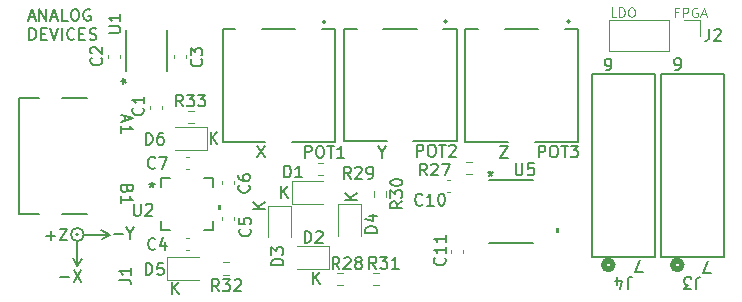
<source format=gbr>
%TF.GenerationSoftware,KiCad,Pcbnew,7.0.6*%
%TF.CreationDate,2023-07-26T14:22:16+03:00*%
%TF.ProjectId,Accelerometru,41636365-6c65-4726-9f6d-657472752e6b,rev?*%
%TF.SameCoordinates,Original*%
%TF.FileFunction,Legend,Top*%
%TF.FilePolarity,Positive*%
%FSLAX46Y46*%
G04 Gerber Fmt 4.6, Leading zero omitted, Abs format (unit mm)*
G04 Created by KiCad (PCBNEW 7.0.6) date 2023-07-26 14:22:16*
%MOMM*%
%LPD*%
G01*
G04 APERTURE LIST*
%ADD10C,0.150000*%
%ADD11C,0.100000*%
%ADD12C,0.200000*%
%ADD13C,0.152400*%
%ADD14C,0.120000*%
%ADD15C,0.508000*%
G04 APERTURE END LIST*
D10*
X204651541Y-75639819D02*
X205318207Y-75639819D01*
X205318207Y-75639819D02*
X204651541Y-76639819D01*
X204651541Y-76639819D02*
X205318207Y-76639819D01*
X194677255Y-76133628D02*
X194677255Y-76609819D01*
X194343922Y-75609819D02*
X194677255Y-76133628D01*
X194677255Y-76133628D02*
X195010588Y-75609819D01*
X184121541Y-75599819D02*
X184788207Y-76599819D01*
X184788207Y-75599819D02*
X184121541Y-76599819D01*
X164769160Y-64744104D02*
X165245350Y-64744104D01*
X164673922Y-65029819D02*
X165007255Y-64029819D01*
X165007255Y-64029819D02*
X165340588Y-65029819D01*
X165673922Y-65029819D02*
X165673922Y-64029819D01*
X165673922Y-64029819D02*
X166245350Y-65029819D01*
X166245350Y-65029819D02*
X166245350Y-64029819D01*
X166673922Y-64744104D02*
X167150112Y-64744104D01*
X166578684Y-65029819D02*
X166912017Y-64029819D01*
X166912017Y-64029819D02*
X167245350Y-65029819D01*
X168054874Y-65029819D02*
X167578684Y-65029819D01*
X167578684Y-65029819D02*
X167578684Y-64029819D01*
X168578684Y-64029819D02*
X168769160Y-64029819D01*
X168769160Y-64029819D02*
X168864398Y-64077438D01*
X168864398Y-64077438D02*
X168959636Y-64172676D01*
X168959636Y-64172676D02*
X169007255Y-64363152D01*
X169007255Y-64363152D02*
X169007255Y-64696485D01*
X169007255Y-64696485D02*
X168959636Y-64886961D01*
X168959636Y-64886961D02*
X168864398Y-64982200D01*
X168864398Y-64982200D02*
X168769160Y-65029819D01*
X168769160Y-65029819D02*
X168578684Y-65029819D01*
X168578684Y-65029819D02*
X168483446Y-64982200D01*
X168483446Y-64982200D02*
X168388208Y-64886961D01*
X168388208Y-64886961D02*
X168340589Y-64696485D01*
X168340589Y-64696485D02*
X168340589Y-64363152D01*
X168340589Y-64363152D02*
X168388208Y-64172676D01*
X168388208Y-64172676D02*
X168483446Y-64077438D01*
X168483446Y-64077438D02*
X168578684Y-64029819D01*
X169959636Y-64077438D02*
X169864398Y-64029819D01*
X169864398Y-64029819D02*
X169721541Y-64029819D01*
X169721541Y-64029819D02*
X169578684Y-64077438D01*
X169578684Y-64077438D02*
X169483446Y-64172676D01*
X169483446Y-64172676D02*
X169435827Y-64267914D01*
X169435827Y-64267914D02*
X169388208Y-64458390D01*
X169388208Y-64458390D02*
X169388208Y-64601247D01*
X169388208Y-64601247D02*
X169435827Y-64791723D01*
X169435827Y-64791723D02*
X169483446Y-64886961D01*
X169483446Y-64886961D02*
X169578684Y-64982200D01*
X169578684Y-64982200D02*
X169721541Y-65029819D01*
X169721541Y-65029819D02*
X169816779Y-65029819D01*
X169816779Y-65029819D02*
X169959636Y-64982200D01*
X169959636Y-64982200D02*
X170007255Y-64934580D01*
X170007255Y-64934580D02*
X170007255Y-64601247D01*
X170007255Y-64601247D02*
X169816779Y-64601247D01*
X164816779Y-66639819D02*
X164816779Y-65639819D01*
X164816779Y-65639819D02*
X165054874Y-65639819D01*
X165054874Y-65639819D02*
X165197731Y-65687438D01*
X165197731Y-65687438D02*
X165292969Y-65782676D01*
X165292969Y-65782676D02*
X165340588Y-65877914D01*
X165340588Y-65877914D02*
X165388207Y-66068390D01*
X165388207Y-66068390D02*
X165388207Y-66211247D01*
X165388207Y-66211247D02*
X165340588Y-66401723D01*
X165340588Y-66401723D02*
X165292969Y-66496961D01*
X165292969Y-66496961D02*
X165197731Y-66592200D01*
X165197731Y-66592200D02*
X165054874Y-66639819D01*
X165054874Y-66639819D02*
X164816779Y-66639819D01*
X165816779Y-66116009D02*
X166150112Y-66116009D01*
X166292969Y-66639819D02*
X165816779Y-66639819D01*
X165816779Y-66639819D02*
X165816779Y-65639819D01*
X165816779Y-65639819D02*
X166292969Y-65639819D01*
X166578684Y-65639819D02*
X166912017Y-66639819D01*
X166912017Y-66639819D02*
X167245350Y-65639819D01*
X167578684Y-66639819D02*
X167578684Y-65639819D01*
X168626302Y-66544580D02*
X168578683Y-66592200D01*
X168578683Y-66592200D02*
X168435826Y-66639819D01*
X168435826Y-66639819D02*
X168340588Y-66639819D01*
X168340588Y-66639819D02*
X168197731Y-66592200D01*
X168197731Y-66592200D02*
X168102493Y-66496961D01*
X168102493Y-66496961D02*
X168054874Y-66401723D01*
X168054874Y-66401723D02*
X168007255Y-66211247D01*
X168007255Y-66211247D02*
X168007255Y-66068390D01*
X168007255Y-66068390D02*
X168054874Y-65877914D01*
X168054874Y-65877914D02*
X168102493Y-65782676D01*
X168102493Y-65782676D02*
X168197731Y-65687438D01*
X168197731Y-65687438D02*
X168340588Y-65639819D01*
X168340588Y-65639819D02*
X168435826Y-65639819D01*
X168435826Y-65639819D02*
X168578683Y-65687438D01*
X168578683Y-65687438D02*
X168626302Y-65735057D01*
X169054874Y-66116009D02*
X169388207Y-66116009D01*
X169531064Y-66639819D02*
X169054874Y-66639819D01*
X169054874Y-66639819D02*
X169054874Y-65639819D01*
X169054874Y-65639819D02*
X169531064Y-65639819D01*
X169912017Y-66592200D02*
X170054874Y-66639819D01*
X170054874Y-66639819D02*
X170292969Y-66639819D01*
X170292969Y-66639819D02*
X170388207Y-66592200D01*
X170388207Y-66592200D02*
X170435826Y-66544580D01*
X170435826Y-66544580D02*
X170483445Y-66449342D01*
X170483445Y-66449342D02*
X170483445Y-66354104D01*
X170483445Y-66354104D02*
X170435826Y-66258866D01*
X170435826Y-66258866D02*
X170388207Y-66211247D01*
X170388207Y-66211247D02*
X170292969Y-66163628D01*
X170292969Y-66163628D02*
X170102493Y-66116009D01*
X170102493Y-66116009D02*
X170007255Y-66068390D01*
X170007255Y-66068390D02*
X169959636Y-66020771D01*
X169959636Y-66020771D02*
X169912017Y-65925533D01*
X169912017Y-65925533D02*
X169912017Y-65830295D01*
X169912017Y-65830295D02*
X169959636Y-65735057D01*
X169959636Y-65735057D02*
X170007255Y-65687438D01*
X170007255Y-65687438D02*
X170102493Y-65639819D01*
X170102493Y-65639819D02*
X170340588Y-65639819D01*
X170340588Y-65639819D02*
X170483445Y-65687438D01*
D11*
X214507217Y-64696895D02*
X214126265Y-64696895D01*
X214126265Y-64696895D02*
X214126265Y-63896895D01*
X214773884Y-64696895D02*
X214773884Y-63896895D01*
X214773884Y-63896895D02*
X214964360Y-63896895D01*
X214964360Y-63896895D02*
X215078646Y-63934990D01*
X215078646Y-63934990D02*
X215154836Y-64011180D01*
X215154836Y-64011180D02*
X215192931Y-64087371D01*
X215192931Y-64087371D02*
X215231027Y-64239752D01*
X215231027Y-64239752D02*
X215231027Y-64354038D01*
X215231027Y-64354038D02*
X215192931Y-64506419D01*
X215192931Y-64506419D02*
X215154836Y-64582609D01*
X215154836Y-64582609D02*
X215078646Y-64658800D01*
X215078646Y-64658800D02*
X214964360Y-64696895D01*
X214964360Y-64696895D02*
X214773884Y-64696895D01*
X215726265Y-63896895D02*
X215878646Y-63896895D01*
X215878646Y-63896895D02*
X215954836Y-63934990D01*
X215954836Y-63934990D02*
X216031027Y-64011180D01*
X216031027Y-64011180D02*
X216069122Y-64163561D01*
X216069122Y-64163561D02*
X216069122Y-64430228D01*
X216069122Y-64430228D02*
X216031027Y-64582609D01*
X216031027Y-64582609D02*
X215954836Y-64658800D01*
X215954836Y-64658800D02*
X215878646Y-64696895D01*
X215878646Y-64696895D02*
X215726265Y-64696895D01*
X215726265Y-64696895D02*
X215650074Y-64658800D01*
X215650074Y-64658800D02*
X215573884Y-64582609D01*
X215573884Y-64582609D02*
X215535788Y-64430228D01*
X215535788Y-64430228D02*
X215535788Y-64163561D01*
X215535788Y-64163561D02*
X215573884Y-64011180D01*
X215573884Y-64011180D02*
X215650074Y-63934990D01*
X215650074Y-63934990D02*
X215726265Y-63896895D01*
X219732931Y-64287847D02*
X219466265Y-64287847D01*
X219466265Y-64706895D02*
X219466265Y-63906895D01*
X219466265Y-63906895D02*
X219847217Y-63906895D01*
X220151979Y-64706895D02*
X220151979Y-63906895D01*
X220151979Y-63906895D02*
X220456741Y-63906895D01*
X220456741Y-63906895D02*
X220532931Y-63944990D01*
X220532931Y-63944990D02*
X220571026Y-63983085D01*
X220571026Y-63983085D02*
X220609122Y-64059276D01*
X220609122Y-64059276D02*
X220609122Y-64173561D01*
X220609122Y-64173561D02*
X220571026Y-64249752D01*
X220571026Y-64249752D02*
X220532931Y-64287847D01*
X220532931Y-64287847D02*
X220456741Y-64325942D01*
X220456741Y-64325942D02*
X220151979Y-64325942D01*
X221371026Y-63944990D02*
X221294836Y-63906895D01*
X221294836Y-63906895D02*
X221180550Y-63906895D01*
X221180550Y-63906895D02*
X221066264Y-63944990D01*
X221066264Y-63944990D02*
X220990074Y-64021180D01*
X220990074Y-64021180D02*
X220951979Y-64097371D01*
X220951979Y-64097371D02*
X220913883Y-64249752D01*
X220913883Y-64249752D02*
X220913883Y-64364038D01*
X220913883Y-64364038D02*
X220951979Y-64516419D01*
X220951979Y-64516419D02*
X220990074Y-64592609D01*
X220990074Y-64592609D02*
X221066264Y-64668800D01*
X221066264Y-64668800D02*
X221180550Y-64706895D01*
X221180550Y-64706895D02*
X221256741Y-64706895D01*
X221256741Y-64706895D02*
X221371026Y-64668800D01*
X221371026Y-64668800D02*
X221409122Y-64630704D01*
X221409122Y-64630704D02*
X221409122Y-64364038D01*
X221409122Y-64364038D02*
X221256741Y-64364038D01*
X221713883Y-64478323D02*
X222094836Y-64478323D01*
X221637693Y-64706895D02*
X221904360Y-63906895D01*
X221904360Y-63906895D02*
X222171026Y-64706895D01*
D10*
X173119990Y-79283112D02*
X173072371Y-79425969D01*
X173072371Y-79425969D02*
X173024752Y-79473588D01*
X173024752Y-79473588D02*
X172929514Y-79521207D01*
X172929514Y-79521207D02*
X172786657Y-79521207D01*
X172786657Y-79521207D02*
X172691419Y-79473588D01*
X172691419Y-79473588D02*
X172643800Y-79425969D01*
X172643800Y-79425969D02*
X172596180Y-79330731D01*
X172596180Y-79330731D02*
X172596180Y-78949779D01*
X172596180Y-78949779D02*
X173596180Y-78949779D01*
X173596180Y-78949779D02*
X173596180Y-79283112D01*
X173596180Y-79283112D02*
X173548561Y-79378350D01*
X173548561Y-79378350D02*
X173500942Y-79425969D01*
X173500942Y-79425969D02*
X173405704Y-79473588D01*
X173405704Y-79473588D02*
X173310466Y-79473588D01*
X173310466Y-79473588D02*
X173215228Y-79425969D01*
X173215228Y-79425969D02*
X173167609Y-79378350D01*
X173167609Y-79378350D02*
X173119990Y-79283112D01*
X173119990Y-79283112D02*
X173119990Y-78949779D01*
X172596180Y-80473588D02*
X172596180Y-79902160D01*
X172596180Y-80187874D02*
X173596180Y-80187874D01*
X173596180Y-80187874D02*
X173453323Y-80092636D01*
X173453323Y-80092636D02*
X173358085Y-79997398D01*
X173358085Y-79997398D02*
X173310466Y-79902160D01*
X172881895Y-73060160D02*
X172881895Y-73536350D01*
X172596180Y-72964922D02*
X173596180Y-73298255D01*
X173596180Y-73298255D02*
X172596180Y-73631588D01*
X172596180Y-74488731D02*
X172596180Y-73917303D01*
X172596180Y-74203017D02*
X173596180Y-74203017D01*
X173596180Y-74203017D02*
X173453323Y-74107779D01*
X173453323Y-74107779D02*
X173358085Y-74012541D01*
X173358085Y-74012541D02*
X173310466Y-73917303D01*
X180168779Y-75434819D02*
X180168779Y-74434819D01*
X180740207Y-75434819D02*
X180311636Y-74863390D01*
X180740207Y-74434819D02*
X180168779Y-75006247D01*
X176876779Y-88149819D02*
X176876779Y-87149819D01*
X177448207Y-88149819D02*
X177019636Y-87578390D01*
X177448207Y-87149819D02*
X176876779Y-87721247D01*
X186137779Y-80006819D02*
X186137779Y-79006819D01*
X186709207Y-80006819D02*
X186280636Y-79435390D01*
X186709207Y-79006819D02*
X186137779Y-79578247D01*
X192549819Y-80183220D02*
X191549819Y-80183220D01*
X192549819Y-79611792D02*
X191978390Y-80040363D01*
X191549819Y-79611792D02*
X192121247Y-80183220D01*
X184781819Y-80943220D02*
X183781819Y-80943220D01*
X184781819Y-80371792D02*
X184210390Y-80800363D01*
X183781819Y-80371792D02*
X184353247Y-80943220D01*
X188866779Y-87329819D02*
X188866779Y-86329819D01*
X189438207Y-87329819D02*
X189009636Y-86758390D01*
X189438207Y-86329819D02*
X188866779Y-86901247D01*
X213614649Y-69220180D02*
X213805125Y-69220180D01*
X213805125Y-69220180D02*
X213900363Y-69172561D01*
X213900363Y-69172561D02*
X213947982Y-69124942D01*
X213947982Y-69124942D02*
X214043220Y-68982085D01*
X214043220Y-68982085D02*
X214090839Y-68791609D01*
X214090839Y-68791609D02*
X214090839Y-68410657D01*
X214090839Y-68410657D02*
X214043220Y-68315419D01*
X214043220Y-68315419D02*
X213995601Y-68267800D01*
X213995601Y-68267800D02*
X213900363Y-68220180D01*
X213900363Y-68220180D02*
X213709887Y-68220180D01*
X213709887Y-68220180D02*
X213614649Y-68267800D01*
X213614649Y-68267800D02*
X213567030Y-68315419D01*
X213567030Y-68315419D02*
X213519411Y-68410657D01*
X213519411Y-68410657D02*
X213519411Y-68648752D01*
X213519411Y-68648752D02*
X213567030Y-68743990D01*
X213567030Y-68743990D02*
X213614649Y-68791609D01*
X213614649Y-68791609D02*
X213709887Y-68839228D01*
X213709887Y-68839228D02*
X213900363Y-68839228D01*
X213900363Y-68839228D02*
X213995601Y-68791609D01*
X213995601Y-68791609D02*
X214043220Y-68743990D01*
X214043220Y-68743990D02*
X214090839Y-68648752D01*
X216738458Y-86310180D02*
X216071792Y-86310180D01*
X216071792Y-86310180D02*
X216500363Y-85310180D01*
X219524649Y-69180180D02*
X219715125Y-69180180D01*
X219715125Y-69180180D02*
X219810363Y-69132561D01*
X219810363Y-69132561D02*
X219857982Y-69084942D01*
X219857982Y-69084942D02*
X219953220Y-68942085D01*
X219953220Y-68942085D02*
X220000839Y-68751609D01*
X220000839Y-68751609D02*
X220000839Y-68370657D01*
X220000839Y-68370657D02*
X219953220Y-68275419D01*
X219953220Y-68275419D02*
X219905601Y-68227800D01*
X219905601Y-68227800D02*
X219810363Y-68180180D01*
X219810363Y-68180180D02*
X219619887Y-68180180D01*
X219619887Y-68180180D02*
X219524649Y-68227800D01*
X219524649Y-68227800D02*
X219477030Y-68275419D01*
X219477030Y-68275419D02*
X219429411Y-68370657D01*
X219429411Y-68370657D02*
X219429411Y-68608752D01*
X219429411Y-68608752D02*
X219477030Y-68703990D01*
X219477030Y-68703990D02*
X219524649Y-68751609D01*
X219524649Y-68751609D02*
X219619887Y-68799228D01*
X219619887Y-68799228D02*
X219810363Y-68799228D01*
X219810363Y-68799228D02*
X219905601Y-68751609D01*
X219905601Y-68751609D02*
X219953220Y-68703990D01*
X219953220Y-68703990D02*
X220000839Y-68608752D01*
X222508458Y-86390180D02*
X221841792Y-86390180D01*
X221841792Y-86390180D02*
X222270363Y-85390180D01*
X166236779Y-83238866D02*
X166998684Y-83238866D01*
X166617731Y-83619819D02*
X166617731Y-82857914D01*
X167379636Y-82619819D02*
X168046302Y-82619819D01*
X168046302Y-82619819D02*
X167379636Y-83619819D01*
X167379636Y-83619819D02*
X168046302Y-83619819D01*
X171946779Y-83118866D02*
X172708684Y-83118866D01*
X173375350Y-83023628D02*
X173375350Y-83499819D01*
X173042017Y-82499819D02*
X173375350Y-83023628D01*
X173375350Y-83023628D02*
X173708683Y-82499819D01*
X167416779Y-86728866D02*
X168178684Y-86728866D01*
X168559636Y-86109819D02*
X169226302Y-87109819D01*
X169226302Y-86109819D02*
X168559636Y-87109819D01*
D12*
X168978995Y-83120000D02*
G75*
G03*
X168978995Y-83120000I-98995J0D01*
G01*
D10*
X169432268Y-83120000D02*
G75*
G03*
X169432268Y-83120000I-552268J0D01*
G01*
X171610000Y-83130000D02*
X170930000Y-83510000D01*
X170910000Y-82710000D02*
X171610000Y-83130000D01*
X169432268Y-83120000D02*
X171610000Y-83130000D01*
X168880000Y-85770000D02*
X169270000Y-85170000D01*
X168880000Y-85770000D02*
X168500000Y-85150000D01*
X168880000Y-83672268D02*
X168880000Y-85770000D01*
X173658095Y-80524819D02*
X173658095Y-81334342D01*
X173658095Y-81334342D02*
X173705714Y-81429580D01*
X173705714Y-81429580D02*
X173753333Y-81477200D01*
X173753333Y-81477200D02*
X173848571Y-81524819D01*
X173848571Y-81524819D02*
X174039047Y-81524819D01*
X174039047Y-81524819D02*
X174134285Y-81477200D01*
X174134285Y-81477200D02*
X174181904Y-81429580D01*
X174181904Y-81429580D02*
X174229523Y-81334342D01*
X174229523Y-81334342D02*
X174229523Y-80524819D01*
X174658095Y-80620057D02*
X174705714Y-80572438D01*
X174705714Y-80572438D02*
X174800952Y-80524819D01*
X174800952Y-80524819D02*
X175039047Y-80524819D01*
X175039047Y-80524819D02*
X175134285Y-80572438D01*
X175134285Y-80572438D02*
X175181904Y-80620057D01*
X175181904Y-80620057D02*
X175229523Y-80715295D01*
X175229523Y-80715295D02*
X175229523Y-80810533D01*
X175229523Y-80810533D02*
X175181904Y-80953390D01*
X175181904Y-80953390D02*
X174610476Y-81524819D01*
X174610476Y-81524819D02*
X175229523Y-81524819D01*
X175175901Y-78672819D02*
X175175901Y-78910914D01*
X174937806Y-78815676D02*
X175175901Y-78910914D01*
X175175901Y-78910914D02*
X175413996Y-78815676D01*
X175033044Y-79101390D02*
X175175901Y-78910914D01*
X175175901Y-78910914D02*
X175318758Y-79101390D01*
X175175901Y-78672819D02*
X175175901Y-78910914D01*
X174937806Y-78815676D02*
X175175901Y-78910914D01*
X175175901Y-78910914D02*
X175413996Y-78815676D01*
X175033044Y-79101390D02*
X175175901Y-78910914D01*
X175175901Y-78910914D02*
X175318758Y-79101390D01*
X172428819Y-86947333D02*
X173143104Y-86947333D01*
X173143104Y-86947333D02*
X173285961Y-86994952D01*
X173285961Y-86994952D02*
X173381200Y-87090190D01*
X173381200Y-87090190D02*
X173428819Y-87233047D01*
X173428819Y-87233047D02*
X173428819Y-87328285D01*
X173428819Y-85947333D02*
X173428819Y-86518761D01*
X173428819Y-86233047D02*
X172428819Y-86233047D01*
X172428819Y-86233047D02*
X172571676Y-86328285D01*
X172571676Y-86328285D02*
X172666914Y-86423523D01*
X172666914Y-86423523D02*
X172714533Y-86518761D01*
X188137143Y-76614819D02*
X188137143Y-75614819D01*
X188137143Y-75614819D02*
X188518095Y-75614819D01*
X188518095Y-75614819D02*
X188613333Y-75662438D01*
X188613333Y-75662438D02*
X188660952Y-75710057D01*
X188660952Y-75710057D02*
X188708571Y-75805295D01*
X188708571Y-75805295D02*
X188708571Y-75948152D01*
X188708571Y-75948152D02*
X188660952Y-76043390D01*
X188660952Y-76043390D02*
X188613333Y-76091009D01*
X188613333Y-76091009D02*
X188518095Y-76138628D01*
X188518095Y-76138628D02*
X188137143Y-76138628D01*
X189327619Y-75614819D02*
X189518095Y-75614819D01*
X189518095Y-75614819D02*
X189613333Y-75662438D01*
X189613333Y-75662438D02*
X189708571Y-75757676D01*
X189708571Y-75757676D02*
X189756190Y-75948152D01*
X189756190Y-75948152D02*
X189756190Y-76281485D01*
X189756190Y-76281485D02*
X189708571Y-76471961D01*
X189708571Y-76471961D02*
X189613333Y-76567200D01*
X189613333Y-76567200D02*
X189518095Y-76614819D01*
X189518095Y-76614819D02*
X189327619Y-76614819D01*
X189327619Y-76614819D02*
X189232381Y-76567200D01*
X189232381Y-76567200D02*
X189137143Y-76471961D01*
X189137143Y-76471961D02*
X189089524Y-76281485D01*
X189089524Y-76281485D02*
X189089524Y-75948152D01*
X189089524Y-75948152D02*
X189137143Y-75757676D01*
X189137143Y-75757676D02*
X189232381Y-75662438D01*
X189232381Y-75662438D02*
X189327619Y-75614819D01*
X190041905Y-75614819D02*
X190613333Y-75614819D01*
X190327619Y-76614819D02*
X190327619Y-75614819D01*
X191470476Y-76614819D02*
X190899048Y-76614819D01*
X191184762Y-76614819D02*
X191184762Y-75614819D01*
X191184762Y-75614819D02*
X191089524Y-75757676D01*
X191089524Y-75757676D02*
X190994286Y-75852914D01*
X190994286Y-75852914D02*
X190899048Y-75900533D01*
X197597143Y-76524819D02*
X197597143Y-75524819D01*
X197597143Y-75524819D02*
X197978095Y-75524819D01*
X197978095Y-75524819D02*
X198073333Y-75572438D01*
X198073333Y-75572438D02*
X198120952Y-75620057D01*
X198120952Y-75620057D02*
X198168571Y-75715295D01*
X198168571Y-75715295D02*
X198168571Y-75858152D01*
X198168571Y-75858152D02*
X198120952Y-75953390D01*
X198120952Y-75953390D02*
X198073333Y-76001009D01*
X198073333Y-76001009D02*
X197978095Y-76048628D01*
X197978095Y-76048628D02*
X197597143Y-76048628D01*
X198787619Y-75524819D02*
X198978095Y-75524819D01*
X198978095Y-75524819D02*
X199073333Y-75572438D01*
X199073333Y-75572438D02*
X199168571Y-75667676D01*
X199168571Y-75667676D02*
X199216190Y-75858152D01*
X199216190Y-75858152D02*
X199216190Y-76191485D01*
X199216190Y-76191485D02*
X199168571Y-76381961D01*
X199168571Y-76381961D02*
X199073333Y-76477200D01*
X199073333Y-76477200D02*
X198978095Y-76524819D01*
X198978095Y-76524819D02*
X198787619Y-76524819D01*
X198787619Y-76524819D02*
X198692381Y-76477200D01*
X198692381Y-76477200D02*
X198597143Y-76381961D01*
X198597143Y-76381961D02*
X198549524Y-76191485D01*
X198549524Y-76191485D02*
X198549524Y-75858152D01*
X198549524Y-75858152D02*
X198597143Y-75667676D01*
X198597143Y-75667676D02*
X198692381Y-75572438D01*
X198692381Y-75572438D02*
X198787619Y-75524819D01*
X199501905Y-75524819D02*
X200073333Y-75524819D01*
X199787619Y-76524819D02*
X199787619Y-75524819D01*
X200359048Y-75620057D02*
X200406667Y-75572438D01*
X200406667Y-75572438D02*
X200501905Y-75524819D01*
X200501905Y-75524819D02*
X200740000Y-75524819D01*
X200740000Y-75524819D02*
X200835238Y-75572438D01*
X200835238Y-75572438D02*
X200882857Y-75620057D01*
X200882857Y-75620057D02*
X200930476Y-75715295D01*
X200930476Y-75715295D02*
X200930476Y-75810533D01*
X200930476Y-75810533D02*
X200882857Y-75953390D01*
X200882857Y-75953390D02*
X200311429Y-76524819D01*
X200311429Y-76524819D02*
X200930476Y-76524819D01*
X207937143Y-76584819D02*
X207937143Y-75584819D01*
X207937143Y-75584819D02*
X208318095Y-75584819D01*
X208318095Y-75584819D02*
X208413333Y-75632438D01*
X208413333Y-75632438D02*
X208460952Y-75680057D01*
X208460952Y-75680057D02*
X208508571Y-75775295D01*
X208508571Y-75775295D02*
X208508571Y-75918152D01*
X208508571Y-75918152D02*
X208460952Y-76013390D01*
X208460952Y-76013390D02*
X208413333Y-76061009D01*
X208413333Y-76061009D02*
X208318095Y-76108628D01*
X208318095Y-76108628D02*
X207937143Y-76108628D01*
X209127619Y-75584819D02*
X209318095Y-75584819D01*
X209318095Y-75584819D02*
X209413333Y-75632438D01*
X209413333Y-75632438D02*
X209508571Y-75727676D01*
X209508571Y-75727676D02*
X209556190Y-75918152D01*
X209556190Y-75918152D02*
X209556190Y-76251485D01*
X209556190Y-76251485D02*
X209508571Y-76441961D01*
X209508571Y-76441961D02*
X209413333Y-76537200D01*
X209413333Y-76537200D02*
X209318095Y-76584819D01*
X209318095Y-76584819D02*
X209127619Y-76584819D01*
X209127619Y-76584819D02*
X209032381Y-76537200D01*
X209032381Y-76537200D02*
X208937143Y-76441961D01*
X208937143Y-76441961D02*
X208889524Y-76251485D01*
X208889524Y-76251485D02*
X208889524Y-75918152D01*
X208889524Y-75918152D02*
X208937143Y-75727676D01*
X208937143Y-75727676D02*
X209032381Y-75632438D01*
X209032381Y-75632438D02*
X209127619Y-75584819D01*
X209841905Y-75584819D02*
X210413333Y-75584819D01*
X210127619Y-76584819D02*
X210127619Y-75584819D01*
X210651429Y-75584819D02*
X211270476Y-75584819D01*
X211270476Y-75584819D02*
X210937143Y-75965771D01*
X210937143Y-75965771D02*
X211080000Y-75965771D01*
X211080000Y-75965771D02*
X211175238Y-76013390D01*
X211175238Y-76013390D02*
X211222857Y-76061009D01*
X211222857Y-76061009D02*
X211270476Y-76156247D01*
X211270476Y-76156247D02*
X211270476Y-76394342D01*
X211270476Y-76394342D02*
X211222857Y-76489580D01*
X211222857Y-76489580D02*
X211175238Y-76537200D01*
X211175238Y-76537200D02*
X211080000Y-76584819D01*
X211080000Y-76584819D02*
X210794286Y-76584819D01*
X210794286Y-76584819D02*
X210699048Y-76537200D01*
X210699048Y-76537200D02*
X210651429Y-76489580D01*
X196394819Y-80322857D02*
X195918628Y-80656190D01*
X196394819Y-80894285D02*
X195394819Y-80894285D01*
X195394819Y-80894285D02*
X195394819Y-80513333D01*
X195394819Y-80513333D02*
X195442438Y-80418095D01*
X195442438Y-80418095D02*
X195490057Y-80370476D01*
X195490057Y-80370476D02*
X195585295Y-80322857D01*
X195585295Y-80322857D02*
X195728152Y-80322857D01*
X195728152Y-80322857D02*
X195823390Y-80370476D01*
X195823390Y-80370476D02*
X195871009Y-80418095D01*
X195871009Y-80418095D02*
X195918628Y-80513333D01*
X195918628Y-80513333D02*
X195918628Y-80894285D01*
X195394819Y-79989523D02*
X195394819Y-79370476D01*
X195394819Y-79370476D02*
X195775771Y-79703809D01*
X195775771Y-79703809D02*
X195775771Y-79560952D01*
X195775771Y-79560952D02*
X195823390Y-79465714D01*
X195823390Y-79465714D02*
X195871009Y-79418095D01*
X195871009Y-79418095D02*
X195966247Y-79370476D01*
X195966247Y-79370476D02*
X196204342Y-79370476D01*
X196204342Y-79370476D02*
X196299580Y-79418095D01*
X196299580Y-79418095D02*
X196347200Y-79465714D01*
X196347200Y-79465714D02*
X196394819Y-79560952D01*
X196394819Y-79560952D02*
X196394819Y-79846666D01*
X196394819Y-79846666D02*
X196347200Y-79941904D01*
X196347200Y-79941904D02*
X196299580Y-79989523D01*
X195394819Y-78751428D02*
X195394819Y-78656190D01*
X195394819Y-78656190D02*
X195442438Y-78560952D01*
X195442438Y-78560952D02*
X195490057Y-78513333D01*
X195490057Y-78513333D02*
X195585295Y-78465714D01*
X195585295Y-78465714D02*
X195775771Y-78418095D01*
X195775771Y-78418095D02*
X196013866Y-78418095D01*
X196013866Y-78418095D02*
X196204342Y-78465714D01*
X196204342Y-78465714D02*
X196299580Y-78513333D01*
X196299580Y-78513333D02*
X196347200Y-78560952D01*
X196347200Y-78560952D02*
X196394819Y-78656190D01*
X196394819Y-78656190D02*
X196394819Y-78751428D01*
X196394819Y-78751428D02*
X196347200Y-78846666D01*
X196347200Y-78846666D02*
X196299580Y-78894285D01*
X196299580Y-78894285D02*
X196204342Y-78941904D01*
X196204342Y-78941904D02*
X196013866Y-78989523D01*
X196013866Y-78989523D02*
X195775771Y-78989523D01*
X195775771Y-78989523D02*
X195585295Y-78941904D01*
X195585295Y-78941904D02*
X195490057Y-78894285D01*
X195490057Y-78894285D02*
X195442438Y-78846666D01*
X195442438Y-78846666D02*
X195394819Y-78751428D01*
X174671905Y-86534819D02*
X174671905Y-85534819D01*
X174671905Y-85534819D02*
X174910000Y-85534819D01*
X174910000Y-85534819D02*
X175052857Y-85582438D01*
X175052857Y-85582438D02*
X175148095Y-85677676D01*
X175148095Y-85677676D02*
X175195714Y-85772914D01*
X175195714Y-85772914D02*
X175243333Y-85963390D01*
X175243333Y-85963390D02*
X175243333Y-86106247D01*
X175243333Y-86106247D02*
X175195714Y-86296723D01*
X175195714Y-86296723D02*
X175148095Y-86391961D01*
X175148095Y-86391961D02*
X175052857Y-86487200D01*
X175052857Y-86487200D02*
X174910000Y-86534819D01*
X174910000Y-86534819D02*
X174671905Y-86534819D01*
X176148095Y-85534819D02*
X175671905Y-85534819D01*
X175671905Y-85534819D02*
X175624286Y-86011009D01*
X175624286Y-86011009D02*
X175671905Y-85963390D01*
X175671905Y-85963390D02*
X175767143Y-85915771D01*
X175767143Y-85915771D02*
X176005238Y-85915771D01*
X176005238Y-85915771D02*
X176100476Y-85963390D01*
X176100476Y-85963390D02*
X176148095Y-86011009D01*
X176148095Y-86011009D02*
X176195714Y-86106247D01*
X176195714Y-86106247D02*
X176195714Y-86344342D01*
X176195714Y-86344342D02*
X176148095Y-86439580D01*
X176148095Y-86439580D02*
X176100476Y-86487200D01*
X176100476Y-86487200D02*
X176005238Y-86534819D01*
X176005238Y-86534819D02*
X175767143Y-86534819D01*
X175767143Y-86534819D02*
X175671905Y-86487200D01*
X175671905Y-86487200D02*
X175624286Y-86439580D01*
X198467142Y-78114819D02*
X198133809Y-77638628D01*
X197895714Y-78114819D02*
X197895714Y-77114819D01*
X197895714Y-77114819D02*
X198276666Y-77114819D01*
X198276666Y-77114819D02*
X198371904Y-77162438D01*
X198371904Y-77162438D02*
X198419523Y-77210057D01*
X198419523Y-77210057D02*
X198467142Y-77305295D01*
X198467142Y-77305295D02*
X198467142Y-77448152D01*
X198467142Y-77448152D02*
X198419523Y-77543390D01*
X198419523Y-77543390D02*
X198371904Y-77591009D01*
X198371904Y-77591009D02*
X198276666Y-77638628D01*
X198276666Y-77638628D02*
X197895714Y-77638628D01*
X198848095Y-77210057D02*
X198895714Y-77162438D01*
X198895714Y-77162438D02*
X198990952Y-77114819D01*
X198990952Y-77114819D02*
X199229047Y-77114819D01*
X199229047Y-77114819D02*
X199324285Y-77162438D01*
X199324285Y-77162438D02*
X199371904Y-77210057D01*
X199371904Y-77210057D02*
X199419523Y-77305295D01*
X199419523Y-77305295D02*
X199419523Y-77400533D01*
X199419523Y-77400533D02*
X199371904Y-77543390D01*
X199371904Y-77543390D02*
X198800476Y-78114819D01*
X198800476Y-78114819D02*
X199419523Y-78114819D01*
X199752857Y-77114819D02*
X200419523Y-77114819D01*
X200419523Y-77114819D02*
X199990952Y-78114819D01*
X183479580Y-82646666D02*
X183527200Y-82694285D01*
X183527200Y-82694285D02*
X183574819Y-82837142D01*
X183574819Y-82837142D02*
X183574819Y-82932380D01*
X183574819Y-82932380D02*
X183527200Y-83075237D01*
X183527200Y-83075237D02*
X183431961Y-83170475D01*
X183431961Y-83170475D02*
X183336723Y-83218094D01*
X183336723Y-83218094D02*
X183146247Y-83265713D01*
X183146247Y-83265713D02*
X183003390Y-83265713D01*
X183003390Y-83265713D02*
X182812914Y-83218094D01*
X182812914Y-83218094D02*
X182717676Y-83170475D01*
X182717676Y-83170475D02*
X182622438Y-83075237D01*
X182622438Y-83075237D02*
X182574819Y-82932380D01*
X182574819Y-82932380D02*
X182574819Y-82837142D01*
X182574819Y-82837142D02*
X182622438Y-82694285D01*
X182622438Y-82694285D02*
X182670057Y-82646666D01*
X182574819Y-81741904D02*
X182574819Y-82218094D01*
X182574819Y-82218094D02*
X183051009Y-82265713D01*
X183051009Y-82265713D02*
X183003390Y-82218094D01*
X183003390Y-82218094D02*
X182955771Y-82122856D01*
X182955771Y-82122856D02*
X182955771Y-81884761D01*
X182955771Y-81884761D02*
X183003390Y-81789523D01*
X183003390Y-81789523D02*
X183051009Y-81741904D01*
X183051009Y-81741904D02*
X183146247Y-81694285D01*
X183146247Y-81694285D02*
X183384342Y-81694285D01*
X183384342Y-81694285D02*
X183479580Y-81741904D01*
X183479580Y-81741904D02*
X183527200Y-81789523D01*
X183527200Y-81789523D02*
X183574819Y-81884761D01*
X183574819Y-81884761D02*
X183574819Y-82122856D01*
X183574819Y-82122856D02*
X183527200Y-82218094D01*
X183527200Y-82218094D02*
X183479580Y-82265713D01*
X186314819Y-85738094D02*
X185314819Y-85738094D01*
X185314819Y-85738094D02*
X185314819Y-85499999D01*
X185314819Y-85499999D02*
X185362438Y-85357142D01*
X185362438Y-85357142D02*
X185457676Y-85261904D01*
X185457676Y-85261904D02*
X185552914Y-85214285D01*
X185552914Y-85214285D02*
X185743390Y-85166666D01*
X185743390Y-85166666D02*
X185886247Y-85166666D01*
X185886247Y-85166666D02*
X186076723Y-85214285D01*
X186076723Y-85214285D02*
X186171961Y-85261904D01*
X186171961Y-85261904D02*
X186267200Y-85357142D01*
X186267200Y-85357142D02*
X186314819Y-85499999D01*
X186314819Y-85499999D02*
X186314819Y-85738094D01*
X185314819Y-84833332D02*
X185314819Y-84214285D01*
X185314819Y-84214285D02*
X185695771Y-84547618D01*
X185695771Y-84547618D02*
X185695771Y-84404761D01*
X185695771Y-84404761D02*
X185743390Y-84309523D01*
X185743390Y-84309523D02*
X185791009Y-84261904D01*
X185791009Y-84261904D02*
X185886247Y-84214285D01*
X185886247Y-84214285D02*
X186124342Y-84214285D01*
X186124342Y-84214285D02*
X186219580Y-84261904D01*
X186219580Y-84261904D02*
X186267200Y-84309523D01*
X186267200Y-84309523D02*
X186314819Y-84404761D01*
X186314819Y-84404761D02*
X186314819Y-84690475D01*
X186314819Y-84690475D02*
X186267200Y-84785713D01*
X186267200Y-84785713D02*
X186219580Y-84833332D01*
X175474333Y-77448580D02*
X175426714Y-77496200D01*
X175426714Y-77496200D02*
X175283857Y-77543819D01*
X175283857Y-77543819D02*
X175188619Y-77543819D01*
X175188619Y-77543819D02*
X175045762Y-77496200D01*
X175045762Y-77496200D02*
X174950524Y-77400961D01*
X174950524Y-77400961D02*
X174902905Y-77305723D01*
X174902905Y-77305723D02*
X174855286Y-77115247D01*
X174855286Y-77115247D02*
X174855286Y-76972390D01*
X174855286Y-76972390D02*
X174902905Y-76781914D01*
X174902905Y-76781914D02*
X174950524Y-76686676D01*
X174950524Y-76686676D02*
X175045762Y-76591438D01*
X175045762Y-76591438D02*
X175188619Y-76543819D01*
X175188619Y-76543819D02*
X175283857Y-76543819D01*
X175283857Y-76543819D02*
X175426714Y-76591438D01*
X175426714Y-76591438D02*
X175474333Y-76639057D01*
X175807667Y-76543819D02*
X176474333Y-76543819D01*
X176474333Y-76543819D02*
X176045762Y-77543819D01*
X174429580Y-72396666D02*
X174477200Y-72444285D01*
X174477200Y-72444285D02*
X174524819Y-72587142D01*
X174524819Y-72587142D02*
X174524819Y-72682380D01*
X174524819Y-72682380D02*
X174477200Y-72825237D01*
X174477200Y-72825237D02*
X174381961Y-72920475D01*
X174381961Y-72920475D02*
X174286723Y-72968094D01*
X174286723Y-72968094D02*
X174096247Y-73015713D01*
X174096247Y-73015713D02*
X173953390Y-73015713D01*
X173953390Y-73015713D02*
X173762914Y-72968094D01*
X173762914Y-72968094D02*
X173667676Y-72920475D01*
X173667676Y-72920475D02*
X173572438Y-72825237D01*
X173572438Y-72825237D02*
X173524819Y-72682380D01*
X173524819Y-72682380D02*
X173524819Y-72587142D01*
X173524819Y-72587142D02*
X173572438Y-72444285D01*
X173572438Y-72444285D02*
X173620057Y-72396666D01*
X174524819Y-71444285D02*
X174524819Y-72015713D01*
X174524819Y-71729999D02*
X173524819Y-71729999D01*
X173524819Y-71729999D02*
X173667676Y-71825237D01*
X173667676Y-71825237D02*
X173762914Y-71920475D01*
X173762914Y-71920475D02*
X173810533Y-72015713D01*
X180857142Y-87914819D02*
X180523809Y-87438628D01*
X180285714Y-87914819D02*
X180285714Y-86914819D01*
X180285714Y-86914819D02*
X180666666Y-86914819D01*
X180666666Y-86914819D02*
X180761904Y-86962438D01*
X180761904Y-86962438D02*
X180809523Y-87010057D01*
X180809523Y-87010057D02*
X180857142Y-87105295D01*
X180857142Y-87105295D02*
X180857142Y-87248152D01*
X180857142Y-87248152D02*
X180809523Y-87343390D01*
X180809523Y-87343390D02*
X180761904Y-87391009D01*
X180761904Y-87391009D02*
X180666666Y-87438628D01*
X180666666Y-87438628D02*
X180285714Y-87438628D01*
X181190476Y-86914819D02*
X181809523Y-86914819D01*
X181809523Y-86914819D02*
X181476190Y-87295771D01*
X181476190Y-87295771D02*
X181619047Y-87295771D01*
X181619047Y-87295771D02*
X181714285Y-87343390D01*
X181714285Y-87343390D02*
X181761904Y-87391009D01*
X181761904Y-87391009D02*
X181809523Y-87486247D01*
X181809523Y-87486247D02*
X181809523Y-87724342D01*
X181809523Y-87724342D02*
X181761904Y-87819580D01*
X181761904Y-87819580D02*
X181714285Y-87867200D01*
X181714285Y-87867200D02*
X181619047Y-87914819D01*
X181619047Y-87914819D02*
X181333333Y-87914819D01*
X181333333Y-87914819D02*
X181238095Y-87867200D01*
X181238095Y-87867200D02*
X181190476Y-87819580D01*
X182190476Y-87010057D02*
X182238095Y-86962438D01*
X182238095Y-86962438D02*
X182333333Y-86914819D01*
X182333333Y-86914819D02*
X182571428Y-86914819D01*
X182571428Y-86914819D02*
X182666666Y-86962438D01*
X182666666Y-86962438D02*
X182714285Y-87010057D01*
X182714285Y-87010057D02*
X182761904Y-87105295D01*
X182761904Y-87105295D02*
X182761904Y-87200533D01*
X182761904Y-87200533D02*
X182714285Y-87343390D01*
X182714285Y-87343390D02*
X182142857Y-87914819D01*
X182142857Y-87914819D02*
X182761904Y-87914819D01*
X170889580Y-68156666D02*
X170937200Y-68204285D01*
X170937200Y-68204285D02*
X170984819Y-68347142D01*
X170984819Y-68347142D02*
X170984819Y-68442380D01*
X170984819Y-68442380D02*
X170937200Y-68585237D01*
X170937200Y-68585237D02*
X170841961Y-68680475D01*
X170841961Y-68680475D02*
X170746723Y-68728094D01*
X170746723Y-68728094D02*
X170556247Y-68775713D01*
X170556247Y-68775713D02*
X170413390Y-68775713D01*
X170413390Y-68775713D02*
X170222914Y-68728094D01*
X170222914Y-68728094D02*
X170127676Y-68680475D01*
X170127676Y-68680475D02*
X170032438Y-68585237D01*
X170032438Y-68585237D02*
X169984819Y-68442380D01*
X169984819Y-68442380D02*
X169984819Y-68347142D01*
X169984819Y-68347142D02*
X170032438Y-68204285D01*
X170032438Y-68204285D02*
X170080057Y-68156666D01*
X170080057Y-67775713D02*
X170032438Y-67728094D01*
X170032438Y-67728094D02*
X169984819Y-67632856D01*
X169984819Y-67632856D02*
X169984819Y-67394761D01*
X169984819Y-67394761D02*
X170032438Y-67299523D01*
X170032438Y-67299523D02*
X170080057Y-67251904D01*
X170080057Y-67251904D02*
X170175295Y-67204285D01*
X170175295Y-67204285D02*
X170270533Y-67204285D01*
X170270533Y-67204285D02*
X170413390Y-67251904D01*
X170413390Y-67251904D02*
X170984819Y-67823332D01*
X170984819Y-67823332D02*
X170984819Y-67204285D01*
X179379580Y-68276666D02*
X179427200Y-68324285D01*
X179427200Y-68324285D02*
X179474819Y-68467142D01*
X179474819Y-68467142D02*
X179474819Y-68562380D01*
X179474819Y-68562380D02*
X179427200Y-68705237D01*
X179427200Y-68705237D02*
X179331961Y-68800475D01*
X179331961Y-68800475D02*
X179236723Y-68848094D01*
X179236723Y-68848094D02*
X179046247Y-68895713D01*
X179046247Y-68895713D02*
X178903390Y-68895713D01*
X178903390Y-68895713D02*
X178712914Y-68848094D01*
X178712914Y-68848094D02*
X178617676Y-68800475D01*
X178617676Y-68800475D02*
X178522438Y-68705237D01*
X178522438Y-68705237D02*
X178474819Y-68562380D01*
X178474819Y-68562380D02*
X178474819Y-68467142D01*
X178474819Y-68467142D02*
X178522438Y-68324285D01*
X178522438Y-68324285D02*
X178570057Y-68276666D01*
X178474819Y-67943332D02*
X178474819Y-67324285D01*
X178474819Y-67324285D02*
X178855771Y-67657618D01*
X178855771Y-67657618D02*
X178855771Y-67514761D01*
X178855771Y-67514761D02*
X178903390Y-67419523D01*
X178903390Y-67419523D02*
X178951009Y-67371904D01*
X178951009Y-67371904D02*
X179046247Y-67324285D01*
X179046247Y-67324285D02*
X179284342Y-67324285D01*
X179284342Y-67324285D02*
X179379580Y-67371904D01*
X179379580Y-67371904D02*
X179427200Y-67419523D01*
X179427200Y-67419523D02*
X179474819Y-67514761D01*
X179474819Y-67514761D02*
X179474819Y-67800475D01*
X179474819Y-67800475D02*
X179427200Y-67895713D01*
X179427200Y-67895713D02*
X179379580Y-67943332D01*
X171534819Y-66051904D02*
X172344342Y-66051904D01*
X172344342Y-66051904D02*
X172439580Y-66004285D01*
X172439580Y-66004285D02*
X172487200Y-65956666D01*
X172487200Y-65956666D02*
X172534819Y-65861428D01*
X172534819Y-65861428D02*
X172534819Y-65670952D01*
X172534819Y-65670952D02*
X172487200Y-65575714D01*
X172487200Y-65575714D02*
X172439580Y-65528095D01*
X172439580Y-65528095D02*
X172344342Y-65480476D01*
X172344342Y-65480476D02*
X171534819Y-65480476D01*
X172534819Y-64480476D02*
X172534819Y-65051904D01*
X172534819Y-64766190D02*
X171534819Y-64766190D01*
X171534819Y-64766190D02*
X171677676Y-64861428D01*
X171677676Y-64861428D02*
X171772914Y-64956666D01*
X171772914Y-64956666D02*
X171820533Y-65051904D01*
X172594819Y-70109999D02*
X172832914Y-70109999D01*
X172737676Y-70348094D02*
X172832914Y-70109999D01*
X172832914Y-70109999D02*
X172737676Y-69871904D01*
X173023390Y-70252856D02*
X172832914Y-70109999D01*
X172832914Y-70109999D02*
X173023390Y-69967142D01*
X175483333Y-84319580D02*
X175435714Y-84367200D01*
X175435714Y-84367200D02*
X175292857Y-84414819D01*
X175292857Y-84414819D02*
X175197619Y-84414819D01*
X175197619Y-84414819D02*
X175054762Y-84367200D01*
X175054762Y-84367200D02*
X174959524Y-84271961D01*
X174959524Y-84271961D02*
X174911905Y-84176723D01*
X174911905Y-84176723D02*
X174864286Y-83986247D01*
X174864286Y-83986247D02*
X174864286Y-83843390D01*
X174864286Y-83843390D02*
X174911905Y-83652914D01*
X174911905Y-83652914D02*
X174959524Y-83557676D01*
X174959524Y-83557676D02*
X175054762Y-83462438D01*
X175054762Y-83462438D02*
X175197619Y-83414819D01*
X175197619Y-83414819D02*
X175292857Y-83414819D01*
X175292857Y-83414819D02*
X175435714Y-83462438D01*
X175435714Y-83462438D02*
X175483333Y-83510057D01*
X176340476Y-83748152D02*
X176340476Y-84414819D01*
X176102381Y-83367200D02*
X175864286Y-84081485D01*
X175864286Y-84081485D02*
X176483333Y-84081485D01*
X183399580Y-78946666D02*
X183447200Y-78994285D01*
X183447200Y-78994285D02*
X183494819Y-79137142D01*
X183494819Y-79137142D02*
X183494819Y-79232380D01*
X183494819Y-79232380D02*
X183447200Y-79375237D01*
X183447200Y-79375237D02*
X183351961Y-79470475D01*
X183351961Y-79470475D02*
X183256723Y-79518094D01*
X183256723Y-79518094D02*
X183066247Y-79565713D01*
X183066247Y-79565713D02*
X182923390Y-79565713D01*
X182923390Y-79565713D02*
X182732914Y-79518094D01*
X182732914Y-79518094D02*
X182637676Y-79470475D01*
X182637676Y-79470475D02*
X182542438Y-79375237D01*
X182542438Y-79375237D02*
X182494819Y-79232380D01*
X182494819Y-79232380D02*
X182494819Y-79137142D01*
X182494819Y-79137142D02*
X182542438Y-78994285D01*
X182542438Y-78994285D02*
X182590057Y-78946666D01*
X182494819Y-78089523D02*
X182494819Y-78279999D01*
X182494819Y-78279999D02*
X182542438Y-78375237D01*
X182542438Y-78375237D02*
X182590057Y-78422856D01*
X182590057Y-78422856D02*
X182732914Y-78518094D01*
X182732914Y-78518094D02*
X182923390Y-78565713D01*
X182923390Y-78565713D02*
X183304342Y-78565713D01*
X183304342Y-78565713D02*
X183399580Y-78518094D01*
X183399580Y-78518094D02*
X183447200Y-78470475D01*
X183447200Y-78470475D02*
X183494819Y-78375237D01*
X183494819Y-78375237D02*
X183494819Y-78184761D01*
X183494819Y-78184761D02*
X183447200Y-78089523D01*
X183447200Y-78089523D02*
X183399580Y-78041904D01*
X183399580Y-78041904D02*
X183304342Y-77994285D01*
X183304342Y-77994285D02*
X183066247Y-77994285D01*
X183066247Y-77994285D02*
X182971009Y-78041904D01*
X182971009Y-78041904D02*
X182923390Y-78089523D01*
X182923390Y-78089523D02*
X182875771Y-78184761D01*
X182875771Y-78184761D02*
X182875771Y-78375237D01*
X182875771Y-78375237D02*
X182923390Y-78470475D01*
X182923390Y-78470475D02*
X182971009Y-78518094D01*
X182971009Y-78518094D02*
X183066247Y-78565713D01*
X194244819Y-82968094D02*
X193244819Y-82968094D01*
X193244819Y-82968094D02*
X193244819Y-82729999D01*
X193244819Y-82729999D02*
X193292438Y-82587142D01*
X193292438Y-82587142D02*
X193387676Y-82491904D01*
X193387676Y-82491904D02*
X193482914Y-82444285D01*
X193482914Y-82444285D02*
X193673390Y-82396666D01*
X193673390Y-82396666D02*
X193816247Y-82396666D01*
X193816247Y-82396666D02*
X194006723Y-82444285D01*
X194006723Y-82444285D02*
X194101961Y-82491904D01*
X194101961Y-82491904D02*
X194197200Y-82587142D01*
X194197200Y-82587142D02*
X194244819Y-82729999D01*
X194244819Y-82729999D02*
X194244819Y-82968094D01*
X193578152Y-81539523D02*
X194244819Y-81539523D01*
X193197200Y-81777618D02*
X193911485Y-82015713D01*
X193911485Y-82015713D02*
X193911485Y-81396666D01*
X198087142Y-80569580D02*
X198039523Y-80617200D01*
X198039523Y-80617200D02*
X197896666Y-80664819D01*
X197896666Y-80664819D02*
X197801428Y-80664819D01*
X197801428Y-80664819D02*
X197658571Y-80617200D01*
X197658571Y-80617200D02*
X197563333Y-80521961D01*
X197563333Y-80521961D02*
X197515714Y-80426723D01*
X197515714Y-80426723D02*
X197468095Y-80236247D01*
X197468095Y-80236247D02*
X197468095Y-80093390D01*
X197468095Y-80093390D02*
X197515714Y-79902914D01*
X197515714Y-79902914D02*
X197563333Y-79807676D01*
X197563333Y-79807676D02*
X197658571Y-79712438D01*
X197658571Y-79712438D02*
X197801428Y-79664819D01*
X197801428Y-79664819D02*
X197896666Y-79664819D01*
X197896666Y-79664819D02*
X198039523Y-79712438D01*
X198039523Y-79712438D02*
X198087142Y-79760057D01*
X199039523Y-80664819D02*
X198468095Y-80664819D01*
X198753809Y-80664819D02*
X198753809Y-79664819D01*
X198753809Y-79664819D02*
X198658571Y-79807676D01*
X198658571Y-79807676D02*
X198563333Y-79902914D01*
X198563333Y-79902914D02*
X198468095Y-79950533D01*
X199658571Y-79664819D02*
X199753809Y-79664819D01*
X199753809Y-79664819D02*
X199849047Y-79712438D01*
X199849047Y-79712438D02*
X199896666Y-79760057D01*
X199896666Y-79760057D02*
X199944285Y-79855295D01*
X199944285Y-79855295D02*
X199991904Y-80045771D01*
X199991904Y-80045771D02*
X199991904Y-80283866D01*
X199991904Y-80283866D02*
X199944285Y-80474342D01*
X199944285Y-80474342D02*
X199896666Y-80569580D01*
X199896666Y-80569580D02*
X199849047Y-80617200D01*
X199849047Y-80617200D02*
X199753809Y-80664819D01*
X199753809Y-80664819D02*
X199658571Y-80664819D01*
X199658571Y-80664819D02*
X199563333Y-80617200D01*
X199563333Y-80617200D02*
X199515714Y-80569580D01*
X199515714Y-80569580D02*
X199468095Y-80474342D01*
X199468095Y-80474342D02*
X199420476Y-80283866D01*
X199420476Y-80283866D02*
X199420476Y-80045771D01*
X199420476Y-80045771D02*
X199468095Y-79855295D01*
X199468095Y-79855295D02*
X199515714Y-79760057D01*
X199515714Y-79760057D02*
X199563333Y-79712438D01*
X199563333Y-79712438D02*
X199658571Y-79664819D01*
X174676905Y-75511819D02*
X174676905Y-74511819D01*
X174676905Y-74511819D02*
X174915000Y-74511819D01*
X174915000Y-74511819D02*
X175057857Y-74559438D01*
X175057857Y-74559438D02*
X175153095Y-74654676D01*
X175153095Y-74654676D02*
X175200714Y-74749914D01*
X175200714Y-74749914D02*
X175248333Y-74940390D01*
X175248333Y-74940390D02*
X175248333Y-75083247D01*
X175248333Y-75083247D02*
X175200714Y-75273723D01*
X175200714Y-75273723D02*
X175153095Y-75368961D01*
X175153095Y-75368961D02*
X175057857Y-75464200D01*
X175057857Y-75464200D02*
X174915000Y-75511819D01*
X174915000Y-75511819D02*
X174676905Y-75511819D01*
X176105476Y-74511819D02*
X175915000Y-74511819D01*
X175915000Y-74511819D02*
X175819762Y-74559438D01*
X175819762Y-74559438D02*
X175772143Y-74607057D01*
X175772143Y-74607057D02*
X175676905Y-74749914D01*
X175676905Y-74749914D02*
X175629286Y-74940390D01*
X175629286Y-74940390D02*
X175629286Y-75321342D01*
X175629286Y-75321342D02*
X175676905Y-75416580D01*
X175676905Y-75416580D02*
X175724524Y-75464200D01*
X175724524Y-75464200D02*
X175819762Y-75511819D01*
X175819762Y-75511819D02*
X176010238Y-75511819D01*
X176010238Y-75511819D02*
X176105476Y-75464200D01*
X176105476Y-75464200D02*
X176153095Y-75416580D01*
X176153095Y-75416580D02*
X176200714Y-75321342D01*
X176200714Y-75321342D02*
X176200714Y-75083247D01*
X176200714Y-75083247D02*
X176153095Y-74988009D01*
X176153095Y-74988009D02*
X176105476Y-74940390D01*
X176105476Y-74940390D02*
X176010238Y-74892771D01*
X176010238Y-74892771D02*
X175819762Y-74892771D01*
X175819762Y-74892771D02*
X175724524Y-74940390D01*
X175724524Y-74940390D02*
X175676905Y-74988009D01*
X175676905Y-74988009D02*
X175629286Y-75083247D01*
X192027142Y-78394819D02*
X191693809Y-77918628D01*
X191455714Y-78394819D02*
X191455714Y-77394819D01*
X191455714Y-77394819D02*
X191836666Y-77394819D01*
X191836666Y-77394819D02*
X191931904Y-77442438D01*
X191931904Y-77442438D02*
X191979523Y-77490057D01*
X191979523Y-77490057D02*
X192027142Y-77585295D01*
X192027142Y-77585295D02*
X192027142Y-77728152D01*
X192027142Y-77728152D02*
X191979523Y-77823390D01*
X191979523Y-77823390D02*
X191931904Y-77871009D01*
X191931904Y-77871009D02*
X191836666Y-77918628D01*
X191836666Y-77918628D02*
X191455714Y-77918628D01*
X192408095Y-77490057D02*
X192455714Y-77442438D01*
X192455714Y-77442438D02*
X192550952Y-77394819D01*
X192550952Y-77394819D02*
X192789047Y-77394819D01*
X192789047Y-77394819D02*
X192884285Y-77442438D01*
X192884285Y-77442438D02*
X192931904Y-77490057D01*
X192931904Y-77490057D02*
X192979523Y-77585295D01*
X192979523Y-77585295D02*
X192979523Y-77680533D01*
X192979523Y-77680533D02*
X192931904Y-77823390D01*
X192931904Y-77823390D02*
X192360476Y-78394819D01*
X192360476Y-78394819D02*
X192979523Y-78394819D01*
X193455714Y-78394819D02*
X193646190Y-78394819D01*
X193646190Y-78394819D02*
X193741428Y-78347200D01*
X193741428Y-78347200D02*
X193789047Y-78299580D01*
X193789047Y-78299580D02*
X193884285Y-78156723D01*
X193884285Y-78156723D02*
X193931904Y-77966247D01*
X193931904Y-77966247D02*
X193931904Y-77585295D01*
X193931904Y-77585295D02*
X193884285Y-77490057D01*
X193884285Y-77490057D02*
X193836666Y-77442438D01*
X193836666Y-77442438D02*
X193741428Y-77394819D01*
X193741428Y-77394819D02*
X193550952Y-77394819D01*
X193550952Y-77394819D02*
X193455714Y-77442438D01*
X193455714Y-77442438D02*
X193408095Y-77490057D01*
X193408095Y-77490057D02*
X193360476Y-77585295D01*
X193360476Y-77585295D02*
X193360476Y-77823390D01*
X193360476Y-77823390D02*
X193408095Y-77918628D01*
X193408095Y-77918628D02*
X193455714Y-77966247D01*
X193455714Y-77966247D02*
X193550952Y-78013866D01*
X193550952Y-78013866D02*
X193741428Y-78013866D01*
X193741428Y-78013866D02*
X193836666Y-77966247D01*
X193836666Y-77966247D02*
X193884285Y-77918628D01*
X193884285Y-77918628D02*
X193931904Y-77823390D01*
X215463333Y-87705180D02*
X215463333Y-86990895D01*
X215463333Y-86990895D02*
X215510952Y-86848038D01*
X215510952Y-86848038D02*
X215606190Y-86752800D01*
X215606190Y-86752800D02*
X215749047Y-86705180D01*
X215749047Y-86705180D02*
X215844285Y-86705180D01*
X214558571Y-87371847D02*
X214558571Y-86705180D01*
X214796666Y-87752800D02*
X215034761Y-87038514D01*
X215034761Y-87038514D02*
X214415714Y-87038514D01*
X205998095Y-77094819D02*
X205998095Y-77904342D01*
X205998095Y-77904342D02*
X206045714Y-77999580D01*
X206045714Y-77999580D02*
X206093333Y-78047200D01*
X206093333Y-78047200D02*
X206188571Y-78094819D01*
X206188571Y-78094819D02*
X206379047Y-78094819D01*
X206379047Y-78094819D02*
X206474285Y-78047200D01*
X206474285Y-78047200D02*
X206521904Y-77999580D01*
X206521904Y-77999580D02*
X206569523Y-77904342D01*
X206569523Y-77904342D02*
X206569523Y-77094819D01*
X207521904Y-77094819D02*
X207045714Y-77094819D01*
X207045714Y-77094819D02*
X206998095Y-77571009D01*
X206998095Y-77571009D02*
X207045714Y-77523390D01*
X207045714Y-77523390D02*
X207140952Y-77475771D01*
X207140952Y-77475771D02*
X207379047Y-77475771D01*
X207379047Y-77475771D02*
X207474285Y-77523390D01*
X207474285Y-77523390D02*
X207521904Y-77571009D01*
X207521904Y-77571009D02*
X207569523Y-77666247D01*
X207569523Y-77666247D02*
X207569523Y-77904342D01*
X207569523Y-77904342D02*
X207521904Y-77999580D01*
X207521904Y-77999580D02*
X207474285Y-78047200D01*
X207474285Y-78047200D02*
X207379047Y-78094819D01*
X207379047Y-78094819D02*
X207140952Y-78094819D01*
X207140952Y-78094819D02*
X207045714Y-78047200D01*
X207045714Y-78047200D02*
X206998095Y-77999580D01*
X203850000Y-77724819D02*
X203850000Y-77962914D01*
X203611905Y-77867676D02*
X203850000Y-77962914D01*
X203850000Y-77962914D02*
X204088095Y-77867676D01*
X203707143Y-78153390D02*
X203850000Y-77962914D01*
X203850000Y-77962914D02*
X203992857Y-78153390D01*
X191077142Y-86052819D02*
X190743809Y-85576628D01*
X190505714Y-86052819D02*
X190505714Y-85052819D01*
X190505714Y-85052819D02*
X190886666Y-85052819D01*
X190886666Y-85052819D02*
X190981904Y-85100438D01*
X190981904Y-85100438D02*
X191029523Y-85148057D01*
X191029523Y-85148057D02*
X191077142Y-85243295D01*
X191077142Y-85243295D02*
X191077142Y-85386152D01*
X191077142Y-85386152D02*
X191029523Y-85481390D01*
X191029523Y-85481390D02*
X190981904Y-85529009D01*
X190981904Y-85529009D02*
X190886666Y-85576628D01*
X190886666Y-85576628D02*
X190505714Y-85576628D01*
X191458095Y-85148057D02*
X191505714Y-85100438D01*
X191505714Y-85100438D02*
X191600952Y-85052819D01*
X191600952Y-85052819D02*
X191839047Y-85052819D01*
X191839047Y-85052819D02*
X191934285Y-85100438D01*
X191934285Y-85100438D02*
X191981904Y-85148057D01*
X191981904Y-85148057D02*
X192029523Y-85243295D01*
X192029523Y-85243295D02*
X192029523Y-85338533D01*
X192029523Y-85338533D02*
X191981904Y-85481390D01*
X191981904Y-85481390D02*
X191410476Y-86052819D01*
X191410476Y-86052819D02*
X192029523Y-86052819D01*
X192600952Y-85481390D02*
X192505714Y-85433771D01*
X192505714Y-85433771D02*
X192458095Y-85386152D01*
X192458095Y-85386152D02*
X192410476Y-85290914D01*
X192410476Y-85290914D02*
X192410476Y-85243295D01*
X192410476Y-85243295D02*
X192458095Y-85148057D01*
X192458095Y-85148057D02*
X192505714Y-85100438D01*
X192505714Y-85100438D02*
X192600952Y-85052819D01*
X192600952Y-85052819D02*
X192791428Y-85052819D01*
X192791428Y-85052819D02*
X192886666Y-85100438D01*
X192886666Y-85100438D02*
X192934285Y-85148057D01*
X192934285Y-85148057D02*
X192981904Y-85243295D01*
X192981904Y-85243295D02*
X192981904Y-85290914D01*
X192981904Y-85290914D02*
X192934285Y-85386152D01*
X192934285Y-85386152D02*
X192886666Y-85433771D01*
X192886666Y-85433771D02*
X192791428Y-85481390D01*
X192791428Y-85481390D02*
X192600952Y-85481390D01*
X192600952Y-85481390D02*
X192505714Y-85529009D01*
X192505714Y-85529009D02*
X192458095Y-85576628D01*
X192458095Y-85576628D02*
X192410476Y-85671866D01*
X192410476Y-85671866D02*
X192410476Y-85862342D01*
X192410476Y-85862342D02*
X192458095Y-85957580D01*
X192458095Y-85957580D02*
X192505714Y-86005200D01*
X192505714Y-86005200D02*
X192600952Y-86052819D01*
X192600952Y-86052819D02*
X192791428Y-86052819D01*
X192791428Y-86052819D02*
X192886666Y-86005200D01*
X192886666Y-86005200D02*
X192934285Y-85957580D01*
X192934285Y-85957580D02*
X192981904Y-85862342D01*
X192981904Y-85862342D02*
X192981904Y-85671866D01*
X192981904Y-85671866D02*
X192934285Y-85576628D01*
X192934285Y-85576628D02*
X192886666Y-85529009D01*
X192886666Y-85529009D02*
X192791428Y-85481390D01*
X186391905Y-78284819D02*
X186391905Y-77284819D01*
X186391905Y-77284819D02*
X186630000Y-77284819D01*
X186630000Y-77284819D02*
X186772857Y-77332438D01*
X186772857Y-77332438D02*
X186868095Y-77427676D01*
X186868095Y-77427676D02*
X186915714Y-77522914D01*
X186915714Y-77522914D02*
X186963333Y-77713390D01*
X186963333Y-77713390D02*
X186963333Y-77856247D01*
X186963333Y-77856247D02*
X186915714Y-78046723D01*
X186915714Y-78046723D02*
X186868095Y-78141961D01*
X186868095Y-78141961D02*
X186772857Y-78237200D01*
X186772857Y-78237200D02*
X186630000Y-78284819D01*
X186630000Y-78284819D02*
X186391905Y-78284819D01*
X187915714Y-78284819D02*
X187344286Y-78284819D01*
X187630000Y-78284819D02*
X187630000Y-77284819D01*
X187630000Y-77284819D02*
X187534762Y-77427676D01*
X187534762Y-77427676D02*
X187439524Y-77522914D01*
X187439524Y-77522914D02*
X187344286Y-77570533D01*
X199969580Y-85092857D02*
X200017200Y-85140476D01*
X200017200Y-85140476D02*
X200064819Y-85283333D01*
X200064819Y-85283333D02*
X200064819Y-85378571D01*
X200064819Y-85378571D02*
X200017200Y-85521428D01*
X200017200Y-85521428D02*
X199921961Y-85616666D01*
X199921961Y-85616666D02*
X199826723Y-85664285D01*
X199826723Y-85664285D02*
X199636247Y-85711904D01*
X199636247Y-85711904D02*
X199493390Y-85711904D01*
X199493390Y-85711904D02*
X199302914Y-85664285D01*
X199302914Y-85664285D02*
X199207676Y-85616666D01*
X199207676Y-85616666D02*
X199112438Y-85521428D01*
X199112438Y-85521428D02*
X199064819Y-85378571D01*
X199064819Y-85378571D02*
X199064819Y-85283333D01*
X199064819Y-85283333D02*
X199112438Y-85140476D01*
X199112438Y-85140476D02*
X199160057Y-85092857D01*
X200064819Y-84140476D02*
X200064819Y-84711904D01*
X200064819Y-84426190D02*
X199064819Y-84426190D01*
X199064819Y-84426190D02*
X199207676Y-84521428D01*
X199207676Y-84521428D02*
X199302914Y-84616666D01*
X199302914Y-84616666D02*
X199350533Y-84711904D01*
X200064819Y-83188095D02*
X200064819Y-83759523D01*
X200064819Y-83473809D02*
X199064819Y-83473809D01*
X199064819Y-83473809D02*
X199207676Y-83569047D01*
X199207676Y-83569047D02*
X199302914Y-83664285D01*
X199302914Y-83664285D02*
X199350533Y-83759523D01*
X221253333Y-87755180D02*
X221253333Y-87040895D01*
X221253333Y-87040895D02*
X221300952Y-86898038D01*
X221300952Y-86898038D02*
X221396190Y-86802800D01*
X221396190Y-86802800D02*
X221539047Y-86755180D01*
X221539047Y-86755180D02*
X221634285Y-86755180D01*
X220872380Y-87755180D02*
X220253333Y-87755180D01*
X220253333Y-87755180D02*
X220586666Y-87374228D01*
X220586666Y-87374228D02*
X220443809Y-87374228D01*
X220443809Y-87374228D02*
X220348571Y-87326609D01*
X220348571Y-87326609D02*
X220300952Y-87278990D01*
X220300952Y-87278990D02*
X220253333Y-87183752D01*
X220253333Y-87183752D02*
X220253333Y-86945657D01*
X220253333Y-86945657D02*
X220300952Y-86850419D01*
X220300952Y-86850419D02*
X220348571Y-86802800D01*
X220348571Y-86802800D02*
X220443809Y-86755180D01*
X220443809Y-86755180D02*
X220729523Y-86755180D01*
X220729523Y-86755180D02*
X220824761Y-86802800D01*
X220824761Y-86802800D02*
X220872380Y-86850419D01*
X194177142Y-86014819D02*
X193843809Y-85538628D01*
X193605714Y-86014819D02*
X193605714Y-85014819D01*
X193605714Y-85014819D02*
X193986666Y-85014819D01*
X193986666Y-85014819D02*
X194081904Y-85062438D01*
X194081904Y-85062438D02*
X194129523Y-85110057D01*
X194129523Y-85110057D02*
X194177142Y-85205295D01*
X194177142Y-85205295D02*
X194177142Y-85348152D01*
X194177142Y-85348152D02*
X194129523Y-85443390D01*
X194129523Y-85443390D02*
X194081904Y-85491009D01*
X194081904Y-85491009D02*
X193986666Y-85538628D01*
X193986666Y-85538628D02*
X193605714Y-85538628D01*
X194510476Y-85014819D02*
X195129523Y-85014819D01*
X195129523Y-85014819D02*
X194796190Y-85395771D01*
X194796190Y-85395771D02*
X194939047Y-85395771D01*
X194939047Y-85395771D02*
X195034285Y-85443390D01*
X195034285Y-85443390D02*
X195081904Y-85491009D01*
X195081904Y-85491009D02*
X195129523Y-85586247D01*
X195129523Y-85586247D02*
X195129523Y-85824342D01*
X195129523Y-85824342D02*
X195081904Y-85919580D01*
X195081904Y-85919580D02*
X195034285Y-85967200D01*
X195034285Y-85967200D02*
X194939047Y-86014819D01*
X194939047Y-86014819D02*
X194653333Y-86014819D01*
X194653333Y-86014819D02*
X194558095Y-85967200D01*
X194558095Y-85967200D02*
X194510476Y-85919580D01*
X196081904Y-86014819D02*
X195510476Y-86014819D01*
X195796190Y-86014819D02*
X195796190Y-85014819D01*
X195796190Y-85014819D02*
X195700952Y-85157676D01*
X195700952Y-85157676D02*
X195605714Y-85252914D01*
X195605714Y-85252914D02*
X195510476Y-85300533D01*
X188121905Y-83834819D02*
X188121905Y-82834819D01*
X188121905Y-82834819D02*
X188360000Y-82834819D01*
X188360000Y-82834819D02*
X188502857Y-82882438D01*
X188502857Y-82882438D02*
X188598095Y-82977676D01*
X188598095Y-82977676D02*
X188645714Y-83072914D01*
X188645714Y-83072914D02*
X188693333Y-83263390D01*
X188693333Y-83263390D02*
X188693333Y-83406247D01*
X188693333Y-83406247D02*
X188645714Y-83596723D01*
X188645714Y-83596723D02*
X188598095Y-83691961D01*
X188598095Y-83691961D02*
X188502857Y-83787200D01*
X188502857Y-83787200D02*
X188360000Y-83834819D01*
X188360000Y-83834819D02*
X188121905Y-83834819D01*
X189074286Y-82930057D02*
X189121905Y-82882438D01*
X189121905Y-82882438D02*
X189217143Y-82834819D01*
X189217143Y-82834819D02*
X189455238Y-82834819D01*
X189455238Y-82834819D02*
X189550476Y-82882438D01*
X189550476Y-82882438D02*
X189598095Y-82930057D01*
X189598095Y-82930057D02*
X189645714Y-83025295D01*
X189645714Y-83025295D02*
X189645714Y-83120533D01*
X189645714Y-83120533D02*
X189598095Y-83263390D01*
X189598095Y-83263390D02*
X189026667Y-83834819D01*
X189026667Y-83834819D02*
X189645714Y-83834819D01*
X222376666Y-65724819D02*
X222376666Y-66439104D01*
X222376666Y-66439104D02*
X222329047Y-66581961D01*
X222329047Y-66581961D02*
X222233809Y-66677200D01*
X222233809Y-66677200D02*
X222090952Y-66724819D01*
X222090952Y-66724819D02*
X221995714Y-66724819D01*
X222805238Y-65820057D02*
X222852857Y-65772438D01*
X222852857Y-65772438D02*
X222948095Y-65724819D01*
X222948095Y-65724819D02*
X223186190Y-65724819D01*
X223186190Y-65724819D02*
X223281428Y-65772438D01*
X223281428Y-65772438D02*
X223329047Y-65820057D01*
X223329047Y-65820057D02*
X223376666Y-65915295D01*
X223376666Y-65915295D02*
X223376666Y-66010533D01*
X223376666Y-66010533D02*
X223329047Y-66153390D01*
X223329047Y-66153390D02*
X222757619Y-66724819D01*
X222757619Y-66724819D02*
X223376666Y-66724819D01*
X177817142Y-72274819D02*
X177483809Y-71798628D01*
X177245714Y-72274819D02*
X177245714Y-71274819D01*
X177245714Y-71274819D02*
X177626666Y-71274819D01*
X177626666Y-71274819D02*
X177721904Y-71322438D01*
X177721904Y-71322438D02*
X177769523Y-71370057D01*
X177769523Y-71370057D02*
X177817142Y-71465295D01*
X177817142Y-71465295D02*
X177817142Y-71608152D01*
X177817142Y-71608152D02*
X177769523Y-71703390D01*
X177769523Y-71703390D02*
X177721904Y-71751009D01*
X177721904Y-71751009D02*
X177626666Y-71798628D01*
X177626666Y-71798628D02*
X177245714Y-71798628D01*
X178150476Y-71274819D02*
X178769523Y-71274819D01*
X178769523Y-71274819D02*
X178436190Y-71655771D01*
X178436190Y-71655771D02*
X178579047Y-71655771D01*
X178579047Y-71655771D02*
X178674285Y-71703390D01*
X178674285Y-71703390D02*
X178721904Y-71751009D01*
X178721904Y-71751009D02*
X178769523Y-71846247D01*
X178769523Y-71846247D02*
X178769523Y-72084342D01*
X178769523Y-72084342D02*
X178721904Y-72179580D01*
X178721904Y-72179580D02*
X178674285Y-72227200D01*
X178674285Y-72227200D02*
X178579047Y-72274819D01*
X178579047Y-72274819D02*
X178293333Y-72274819D01*
X178293333Y-72274819D02*
X178198095Y-72227200D01*
X178198095Y-72227200D02*
X178150476Y-72179580D01*
X179102857Y-71274819D02*
X179721904Y-71274819D01*
X179721904Y-71274819D02*
X179388571Y-71655771D01*
X179388571Y-71655771D02*
X179531428Y-71655771D01*
X179531428Y-71655771D02*
X179626666Y-71703390D01*
X179626666Y-71703390D02*
X179674285Y-71751009D01*
X179674285Y-71751009D02*
X179721904Y-71846247D01*
X179721904Y-71846247D02*
X179721904Y-72084342D01*
X179721904Y-72084342D02*
X179674285Y-72179580D01*
X179674285Y-72179580D02*
X179626666Y-72227200D01*
X179626666Y-72227200D02*
X179531428Y-72274819D01*
X179531428Y-72274819D02*
X179245714Y-72274819D01*
X179245714Y-72274819D02*
X179150476Y-72227200D01*
X179150476Y-72227200D02*
X179102857Y-72179580D01*
D13*
%TO.C,U2*%
X175983900Y-78320900D02*
X175983900Y-79057461D01*
X175983900Y-81978539D02*
X175983900Y-82715100D01*
X175983900Y-82715100D02*
X176720461Y-82715100D01*
X176720461Y-78320900D02*
X175983900Y-78320900D01*
X179641539Y-82715100D02*
X180378100Y-82715100D01*
X180378100Y-78320900D02*
X179641539Y-78320900D01*
X180378100Y-79057461D02*
X180378100Y-78320900D01*
X180378100Y-82715100D02*
X180378100Y-81978539D01*
G36*
X181059099Y-81033501D02*
G01*
X180805099Y-81033501D01*
X180805099Y-80652501D01*
X181059099Y-80652501D01*
X181059099Y-81033501D01*
G37*
%TO.C,J1*%
X169670026Y-71539100D02*
X167607174Y-71539100D01*
X165642426Y-71539100D02*
X163906200Y-71539100D01*
X163906200Y-71539100D02*
X163906200Y-81368900D01*
X167607174Y-81368900D02*
X169670026Y-81368900D01*
X163906200Y-81368900D02*
X165642426Y-81368900D01*
%TO.C,POT1*%
X190703200Y-75260200D02*
X190703200Y-65735200D01*
X190703200Y-65735200D02*
X189588140Y-65735200D01*
X187347860Y-65735200D02*
X184508140Y-65735200D01*
X187048140Y-75260200D02*
X190703200Y-75260200D01*
X182267860Y-65735200D02*
X181178200Y-65735200D01*
X181178200Y-75260200D02*
X184807860Y-75260200D01*
X181178200Y-65735200D02*
X181178200Y-75260200D01*
X189890400Y-65100200D02*
G75*
G03*
X189890400Y-65100200I-127000J0D01*
G01*
%TO.C,POT2*%
X200990200Y-75234800D02*
X200990200Y-65709800D01*
X200990200Y-65709800D02*
X199875140Y-65709800D01*
X197634860Y-65709800D02*
X194795140Y-65709800D01*
X197335140Y-75234800D02*
X200990200Y-75234800D01*
X192554860Y-65709800D02*
X191465200Y-65709800D01*
X191465200Y-75234800D02*
X195094860Y-75234800D01*
X191465200Y-65709800D02*
X191465200Y-75234800D01*
X200177400Y-65074800D02*
G75*
G03*
X200177400Y-65074800I-127000J0D01*
G01*
%TO.C,POT3*%
X211264500Y-75260200D02*
X211264500Y-65735200D01*
X211264500Y-65735200D02*
X210149440Y-65735200D01*
X207909160Y-65735200D02*
X205069440Y-65735200D01*
X207609440Y-75260200D02*
X211264500Y-75260200D01*
X202829160Y-65735200D02*
X201739500Y-65735200D01*
X201739500Y-75260200D02*
X205369160Y-75260200D01*
X201739500Y-65735200D02*
X201739500Y-75260200D01*
X210578700Y-65100200D02*
G75*
G03*
X210578700Y-65100200I-127000J0D01*
G01*
D14*
%TO.C,R30*%
X195042500Y-79462742D02*
X195042500Y-79937258D01*
X193997500Y-79462742D02*
X193997500Y-79937258D01*
%TO.C,D5*%
X176485000Y-85050000D02*
X176485000Y-86970000D01*
X176485000Y-86970000D02*
X179170000Y-86970000D01*
X179170000Y-85050000D02*
X176485000Y-85050000D01*
%TO.C,R27*%
X201819742Y-76947500D02*
X202294258Y-76947500D01*
X201819742Y-77992500D02*
X202294258Y-77992500D01*
%TO.C,C5*%
X182120000Y-81647420D02*
X182120000Y-81928580D01*
X181100000Y-81647420D02*
X181100000Y-81928580D01*
%TO.C,D3*%
X186960000Y-80665000D02*
X185040000Y-80665000D01*
X185040000Y-80665000D02*
X185040000Y-83350000D01*
X186960000Y-83350000D02*
X186960000Y-80665000D01*
%TO.C,C7*%
X178321580Y-77599000D02*
X178040420Y-77599000D01*
X178321580Y-76579000D02*
X178040420Y-76579000D01*
%TO.C,C1*%
X176024000Y-72249420D02*
X176024000Y-72530580D01*
X175004000Y-72249420D02*
X175004000Y-72530580D01*
%TO.C,R32*%
X181697258Y-86522500D02*
X181222742Y-86522500D01*
X181697258Y-85477500D02*
X181222742Y-85477500D01*
%TO.C,C2*%
X171448000Y-68212580D02*
X171448000Y-67931420D01*
X172468000Y-68212580D02*
X172468000Y-67931420D01*
%TO.C,C3*%
X177036000Y-68212580D02*
X177036000Y-67931420D01*
X178056000Y-68212580D02*
X178056000Y-67931420D01*
D13*
%TO.C,U1*%
X176479200Y-69291200D02*
X176479200Y-65836800D01*
X173024800Y-65836800D02*
X173024800Y-69291200D01*
D14*
%TO.C,C4*%
X178321580Y-84457000D02*
X178040420Y-84457000D01*
X178321580Y-83437000D02*
X178040420Y-83437000D01*
%TO.C,C6*%
X181100000Y-78880580D02*
X181100000Y-78599420D01*
X182120000Y-78880580D02*
X182120000Y-78599420D01*
%TO.C,D4*%
X192880000Y-80535000D02*
X190960000Y-80535000D01*
X190960000Y-80535000D02*
X190960000Y-83220000D01*
X192880000Y-83220000D02*
X192880000Y-80535000D01*
%TO.C,C10*%
X200419580Y-79504000D02*
X200138420Y-79504000D01*
X200419580Y-78484000D02*
X200138420Y-78484000D01*
%TO.C,D6*%
X179866000Y-75940000D02*
X179866000Y-74020000D01*
X179866000Y-74020000D02*
X177181000Y-74020000D01*
X177181000Y-75940000D02*
X179866000Y-75940000D01*
%TO.C,R29*%
X189707258Y-77057500D02*
X189232742Y-77057500D01*
X189707258Y-78102500D02*
X189232742Y-78102500D01*
D13*
%TO.C,J4*%
X212432900Y-85057600D02*
X217766900Y-85057600D01*
X217766900Y-85057600D02*
X217769900Y-69560600D01*
X212429900Y-69560600D02*
X212432900Y-85057600D01*
X217769900Y-69560600D02*
X212429900Y-69560600D01*
D15*
X214210900Y-85692600D02*
G75*
G03*
X214210900Y-85692600I-381000J0D01*
G01*
D13*
%TO.C,U5*%
X203767602Y-83832700D02*
X207458398Y-83832700D01*
X207458398Y-78473300D02*
X203767602Y-78473300D01*
G36*
X209671399Y-82968501D02*
G01*
X209417399Y-82968501D01*
X209417399Y-82587501D01*
X209671399Y-82587501D01*
X209671399Y-82968501D01*
G37*
D14*
%TO.C,R28*%
X191357258Y-86367500D02*
X190882742Y-86367500D01*
X191357258Y-87412500D02*
X190882742Y-87412500D01*
%TO.C,D1*%
X187015000Y-78600000D02*
X187015000Y-80520000D01*
X187015000Y-80520000D02*
X189700000Y-80520000D01*
X189700000Y-78600000D02*
X187015000Y-78600000D01*
%TO.C,C11*%
X201551000Y-84441420D02*
X201551000Y-84722580D01*
X200531000Y-84441420D02*
X200531000Y-84722580D01*
D13*
%TO.C,J3*%
X218274900Y-85057600D02*
X223608900Y-85057600D01*
X223608900Y-85057600D02*
X223611900Y-69560600D01*
X218271900Y-69560600D02*
X218274900Y-85057600D01*
X223611900Y-69560600D02*
X218271900Y-69560600D01*
D15*
X220052900Y-85692600D02*
G75*
G03*
X220052900Y-85692600I-381000J0D01*
G01*
D14*
%TO.C,R31*%
X194427258Y-87382500D02*
X193952742Y-87382500D01*
X194427258Y-86337500D02*
X193952742Y-86337500D01*
%TO.C,D2*%
X187470000Y-86020000D02*
X190155000Y-86020000D01*
X190155000Y-84100000D02*
X187470000Y-84100000D01*
X190155000Y-86020000D02*
X190155000Y-84100000D01*
%TO.C,J2*%
X221595000Y-64960000D02*
X221595000Y-66290000D01*
X220265000Y-64960000D02*
X221595000Y-64960000D01*
X218995000Y-64960000D02*
X213855000Y-64960000D01*
X218995000Y-64960000D02*
X218995000Y-67620000D01*
X213855000Y-64960000D02*
X213855000Y-67620000D01*
X218995000Y-67620000D02*
X213855000Y-67620000D01*
%TO.C,R33*%
X178727258Y-73702500D02*
X178252742Y-73702500D01*
X178727258Y-72657500D02*
X178252742Y-72657500D01*
%TD*%
M02*

</source>
